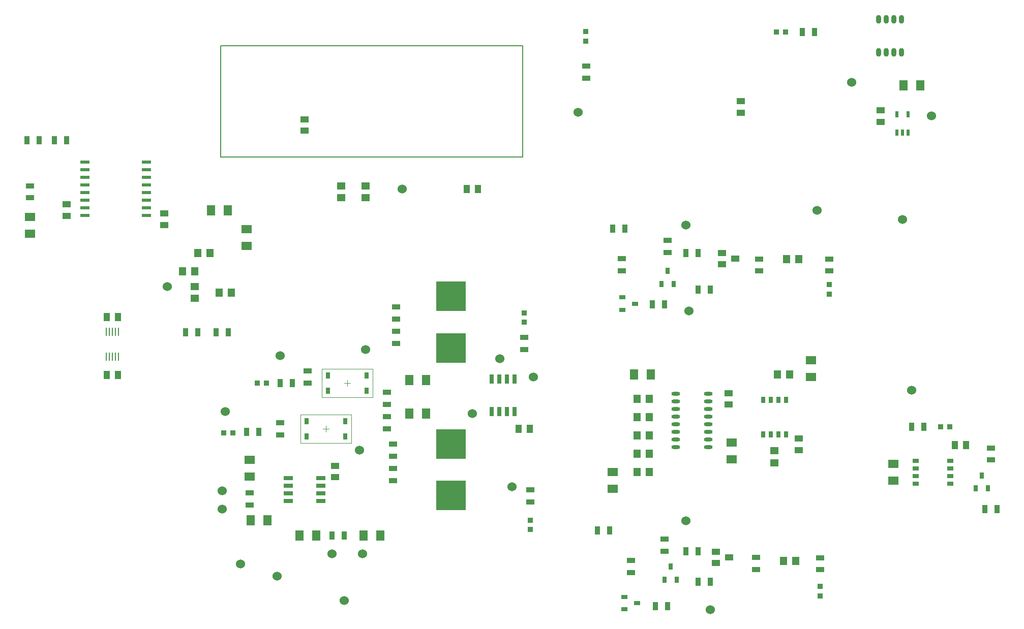
<source format=gtp>
G04*
G04 #@! TF.GenerationSoftware,Altium Limited,Altium Designer,22.8.2 (66)*
G04*
G04 Layer_Color=8421504*
%FSLAX25Y25*%
%MOIN*%
G70*
G04*
G04 #@! TF.SameCoordinates,BEF1E4EC-90C0-4ACD-898C-557356F843F1*
G04*
G04*
G04 #@! TF.FilePolarity,Positive*
G04*
G01*
G75*
%ADD16C,0.00500*%
%ADD19C,0.00197*%
%ADD20C,0.00394*%
%ADD21R,0.05709X0.04724*%
%ADD22R,0.04134X0.05512*%
%ADD23O,0.00984X0.05512*%
%ADD24R,0.05906X0.02362*%
%ADD25C,0.06000*%
%ADD26R,0.03543X0.05315*%
%ADD27R,0.06890X0.05709*%
%ADD28R,0.05315X0.03543*%
%ADD29R,0.04724X0.05709*%
%ADD30R,0.05709X0.06890*%
%ADD31R,0.05512X0.04134*%
%ADD32R,0.02992X0.04331*%
%ADD33O,0.05709X0.02362*%
%ADD34R,0.03937X0.02756*%
%ADD35R,0.05512X0.03937*%
%ADD36R,0.02756X0.03937*%
%ADD37R,0.03740X0.03543*%
%ADD38R,0.03150X0.03937*%
%ADD39R,0.06102X0.02559*%
%ADD40R,0.02559X0.06102*%
%ADD41R,0.03543X0.03740*%
%ADD42R,0.19685X0.19685*%
%ADD43O,0.03347X0.05709*%
%ADD44R,0.02362X0.03937*%
%ADD45R,0.04331X0.02992*%
D16*
X164941Y338764D02*
Y411756D01*
Y338764D02*
X362933D01*
Y411756D01*
X164941D02*
X362933D01*
X164941Y338764D02*
Y411756D01*
Y338764D02*
X362933D01*
Y411756D01*
X164941D02*
X362933D01*
D19*
X217465Y151285D02*
Y169789D01*
X250535Y151285D02*
Y169789D01*
X217465D02*
X250535D01*
X217465Y151285D02*
X250535D01*
X231465Y181285D02*
Y199789D01*
X264535Y181285D02*
Y199789D01*
X231465D02*
X264535D01*
X231465Y181285D02*
X264535D01*
D20*
X232031Y160537D02*
X235968D01*
X234000Y158569D02*
Y162505D01*
X246031Y190537D02*
X249969D01*
X248000Y188568D02*
Y192506D01*
D21*
X260000Y319937D02*
D03*
Y312063D02*
D03*
X244000Y319937D02*
D03*
Y312063D02*
D03*
X148000Y246063D02*
D03*
Y253937D02*
D03*
X528000Y146063D02*
D03*
Y138189D02*
D03*
D22*
X97740Y234000D02*
D03*
X90260D02*
D03*
X97740Y196000D02*
D03*
X90260D02*
D03*
X333740Y318000D02*
D03*
X326260D02*
D03*
X360260Y160537D02*
D03*
X367740D02*
D03*
X646260Y150000D02*
D03*
X653740D02*
D03*
D23*
X97937Y224071D02*
D03*
X95969D02*
D03*
X94000D02*
D03*
X92032D02*
D03*
X90063D02*
D03*
X97937Y207929D02*
D03*
X95969D02*
D03*
X94000D02*
D03*
X92032D02*
D03*
X90063D02*
D03*
D24*
X116157Y300500D02*
D03*
Y305500D02*
D03*
Y310500D02*
D03*
Y315500D02*
D03*
Y320500D02*
D03*
Y325500D02*
D03*
Y330500D02*
D03*
Y335500D02*
D03*
X75842Y300500D02*
D03*
Y305500D02*
D03*
Y310500D02*
D03*
Y315500D02*
D03*
Y320500D02*
D03*
Y325500D02*
D03*
Y330500D02*
D03*
Y335500D02*
D03*
D25*
X284000Y318000D02*
D03*
X130000Y254000D02*
D03*
X472000Y238000D02*
D03*
X556000Y304000D02*
D03*
X470000Y294126D02*
D03*
X612000Y298000D02*
D03*
X469937Y100126D02*
D03*
X486000Y42000D02*
D03*
X178000Y72000D02*
D03*
X246000Y48000D02*
D03*
X202000Y64000D02*
D03*
X256000Y146537D02*
D03*
X168000Y172000D02*
D03*
X238000Y78537D02*
D03*
X258000D02*
D03*
X356000Y122537D02*
D03*
X330000Y170537D02*
D03*
X348000Y206537D02*
D03*
X166000Y108000D02*
D03*
X370000Y194537D02*
D03*
X260000Y212537D02*
D03*
X166000Y120000D02*
D03*
X204000Y208537D02*
D03*
X399400Y368100D02*
D03*
X578700Y387800D02*
D03*
X631000Y365800D02*
D03*
X618000Y186000D02*
D03*
D26*
X45937Y350000D02*
D03*
X38063D02*
D03*
X56126D02*
D03*
X64000D02*
D03*
X142063Y224000D02*
D03*
X149937D02*
D03*
X169937D02*
D03*
X162063D02*
D03*
X422063Y292000D02*
D03*
X429937D02*
D03*
X485937Y252000D02*
D03*
X478063D02*
D03*
X455937Y242126D02*
D03*
X448063D02*
D03*
X477937Y276000D02*
D03*
X470063D02*
D03*
X477937Y60126D02*
D03*
X485811D02*
D03*
X450000Y44126D02*
D03*
X457874D02*
D03*
X419937Y94000D02*
D03*
X412063D02*
D03*
X470000Y80126D02*
D03*
X477874D02*
D03*
X182063Y158537D02*
D03*
X189937D02*
D03*
X245937Y90537D02*
D03*
X238063D02*
D03*
X204063Y190537D02*
D03*
X211937D02*
D03*
X546314Y420900D02*
D03*
X554188D02*
D03*
X626000Y162000D02*
D03*
X618126D02*
D03*
X673937Y108000D02*
D03*
X666063D02*
D03*
D27*
X40000Y299512D02*
D03*
Y288488D02*
D03*
X182000Y291512D02*
D03*
Y280488D02*
D03*
X552000Y194614D02*
D03*
Y205638D02*
D03*
X422000Y132126D02*
D03*
Y121102D02*
D03*
X500000Y151512D02*
D03*
Y140488D02*
D03*
X184000Y140049D02*
D03*
Y129025D02*
D03*
X606000Y137512D02*
D03*
Y126488D02*
D03*
D28*
X40000Y312063D02*
D03*
Y319937D02*
D03*
X458000Y276189D02*
D03*
Y284063D02*
D03*
X518000Y264126D02*
D03*
Y272000D02*
D03*
X428000Y264189D02*
D03*
Y272063D02*
D03*
X564000Y264063D02*
D03*
Y271937D02*
D03*
X515937Y76126D02*
D03*
Y68252D02*
D03*
X433937Y74063D02*
D03*
Y66189D02*
D03*
X558000Y75937D02*
D03*
Y68063D02*
D03*
X455937Y88126D02*
D03*
Y80252D02*
D03*
X364000Y220474D02*
D03*
Y212600D02*
D03*
X204000Y156600D02*
D03*
Y164474D02*
D03*
X274000Y168474D02*
D03*
Y160600D02*
D03*
X278000Y126600D02*
D03*
Y134474D02*
D03*
Y142600D02*
D03*
Y150474D02*
D03*
X368000Y112600D02*
D03*
Y120474D02*
D03*
X274000Y176600D02*
D03*
Y184474D02*
D03*
X184000Y110600D02*
D03*
Y118474D02*
D03*
X222000Y190600D02*
D03*
Y198474D02*
D03*
X280000Y232600D02*
D03*
Y240474D02*
D03*
Y224474D02*
D03*
Y216600D02*
D03*
X404500Y398386D02*
D03*
Y390512D02*
D03*
X670000Y140063D02*
D03*
Y147937D02*
D03*
D29*
X171937Y250000D02*
D03*
X164063D02*
D03*
X147874Y264000D02*
D03*
X140000D02*
D03*
X157937Y276000D02*
D03*
X150063D02*
D03*
X534063Y74000D02*
D03*
X541937D02*
D03*
X536063Y272000D02*
D03*
X543937D02*
D03*
X438063Y156126D02*
D03*
X445937D02*
D03*
X438063Y144126D02*
D03*
X445937D02*
D03*
X438063Y132126D02*
D03*
X445937D02*
D03*
X438063Y180126D02*
D03*
X445937D02*
D03*
X438063Y168126D02*
D03*
X445937D02*
D03*
X537937Y196126D02*
D03*
X530063D02*
D03*
D30*
X169512Y304000D02*
D03*
X158488D02*
D03*
X447024Y196126D02*
D03*
X436000D02*
D03*
X258488Y90537D02*
D03*
X269512D02*
D03*
X216488D02*
D03*
X227512D02*
D03*
X299512Y170537D02*
D03*
X288488D02*
D03*
X184488Y100537D02*
D03*
X195512D02*
D03*
X288488Y192537D02*
D03*
X299512D02*
D03*
X623512Y386000D02*
D03*
X612488D02*
D03*
D31*
X64000Y300260D02*
D03*
Y307740D02*
D03*
X128000Y294260D02*
D03*
Y301740D02*
D03*
X219839Y356161D02*
D03*
Y363642D02*
D03*
X544000Y154126D02*
D03*
Y146646D02*
D03*
X498000Y176386D02*
D03*
Y183866D02*
D03*
X240000Y136277D02*
D03*
Y128797D02*
D03*
X506000Y375480D02*
D03*
Y368000D02*
D03*
X597700Y361860D02*
D03*
Y369340D02*
D03*
D32*
X535500Y179347D02*
D03*
X530500D02*
D03*
X525500D02*
D03*
X520500D02*
D03*
X535500Y156905D02*
D03*
X530500D02*
D03*
X525500D02*
D03*
X520500D02*
D03*
D33*
X484728Y148626D02*
D03*
Y153626D02*
D03*
Y158626D02*
D03*
Y163626D02*
D03*
Y168626D02*
D03*
Y173626D02*
D03*
Y178626D02*
D03*
Y183626D02*
D03*
X463272Y148626D02*
D03*
Y153626D02*
D03*
Y158626D02*
D03*
Y163626D02*
D03*
Y168626D02*
D03*
Y173626D02*
D03*
Y178626D02*
D03*
Y183626D02*
D03*
D34*
X428268Y246681D02*
D03*
Y238571D02*
D03*
X436732Y242626D02*
D03*
X437937Y46126D02*
D03*
X429472Y42071D02*
D03*
Y50181D02*
D03*
D35*
X502331Y272126D02*
D03*
X493669Y268386D02*
D03*
Y275866D02*
D03*
X489606Y79866D02*
D03*
Y72386D02*
D03*
X498268Y76126D02*
D03*
D36*
X453945Y255661D02*
D03*
X462055D02*
D03*
X458000Y264126D02*
D03*
X459937Y70126D02*
D03*
X463992Y61661D02*
D03*
X455882D02*
D03*
X664000Y130000D02*
D03*
X668055Y121535D02*
D03*
X659945D02*
D03*
D37*
X564000Y255051D02*
D03*
Y248949D02*
D03*
X558000Y50949D02*
D03*
Y57051D02*
D03*
X364000Y230435D02*
D03*
Y236537D02*
D03*
X368000Y100600D02*
D03*
Y94498D02*
D03*
X404300Y414949D02*
D03*
Y421051D02*
D03*
D38*
X221205Y165537D02*
D03*
Y155537D02*
D03*
X246795Y165537D02*
D03*
Y155537D02*
D03*
X235205Y195537D02*
D03*
Y185537D02*
D03*
X260795Y195537D02*
D03*
Y185537D02*
D03*
D39*
X209370Y128037D02*
D03*
Y123037D02*
D03*
Y118037D02*
D03*
Y113037D02*
D03*
X230630Y128037D02*
D03*
Y123037D02*
D03*
Y118037D02*
D03*
Y113037D02*
D03*
D40*
X357500Y193167D02*
D03*
X352500D02*
D03*
X347500D02*
D03*
X342500D02*
D03*
X357500Y171907D02*
D03*
X352500D02*
D03*
X347500D02*
D03*
X342500D02*
D03*
D41*
X195051Y190537D02*
D03*
X188949D02*
D03*
X173051Y158000D02*
D03*
X166949D02*
D03*
X535302Y420900D02*
D03*
X529200D02*
D03*
X637012Y162000D02*
D03*
X643114D02*
D03*
D42*
X316000Y150537D02*
D03*
Y116679D02*
D03*
Y247466D02*
D03*
Y213608D02*
D03*
D43*
X596200Y407375D02*
D03*
X601200D02*
D03*
X606200D02*
D03*
X611200D02*
D03*
X596200Y429225D02*
D03*
X601200D02*
D03*
X606200D02*
D03*
X611200D02*
D03*
D44*
X615740Y354995D02*
D03*
X608260D02*
D03*
X615740Y366806D02*
D03*
X608260D02*
D03*
X612000Y354995D02*
D03*
D45*
X643221Y124500D02*
D03*
Y129500D02*
D03*
Y134500D02*
D03*
Y139500D02*
D03*
X620780Y124500D02*
D03*
Y129500D02*
D03*
Y134500D02*
D03*
Y139500D02*
D03*
M02*

</source>
